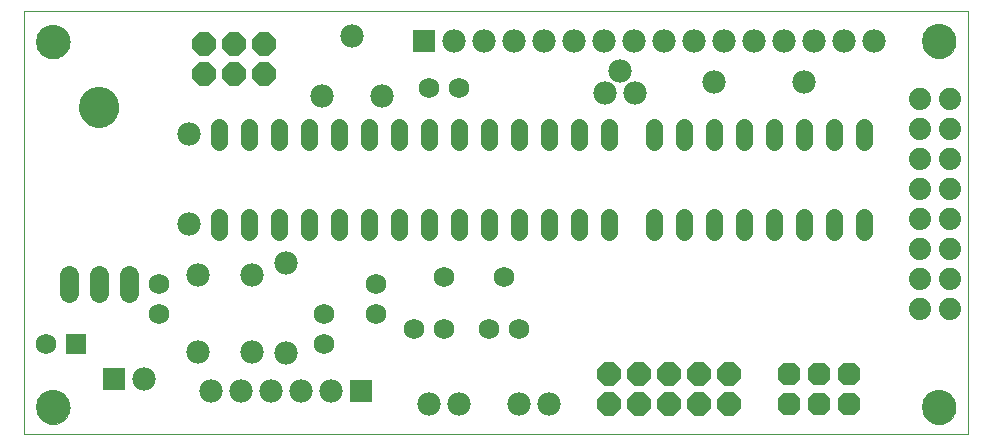
<source format=gts>
G75*
%MOIN*%
%OFA0B0*%
%FSLAX24Y24*%
%IPPOS*%
%LPD*%
%AMOC8*
5,1,8,0,0,1.08239X$1,22.5*
%
%ADD10C,0.0000*%
%ADD11C,0.1142*%
%ADD12C,0.0560*%
%ADD13R,0.0780X0.0780*%
%ADD14C,0.0780*%
%ADD15C,0.0690*%
%ADD16C,0.0740*%
%ADD17R,0.0690X0.0690*%
%ADD18OC8,0.0760*%
%ADD19C,0.0640*%
%ADD20C,0.1340*%
%ADD21OC8,0.0780*%
D10*
X001150Y000844D02*
X001150Y014964D01*
X032642Y014964D01*
X032642Y000844D01*
X001150Y000844D01*
X001579Y001744D02*
X001581Y001791D01*
X001587Y001837D01*
X001597Y001883D01*
X001610Y001928D01*
X001628Y001971D01*
X001649Y002013D01*
X001673Y002053D01*
X001701Y002090D01*
X001732Y002125D01*
X001766Y002158D01*
X001802Y002187D01*
X001841Y002213D01*
X001882Y002236D01*
X001925Y002255D01*
X001969Y002271D01*
X002014Y002283D01*
X002060Y002291D01*
X002107Y002295D01*
X002153Y002295D01*
X002200Y002291D01*
X002246Y002283D01*
X002291Y002271D01*
X002335Y002255D01*
X002378Y002236D01*
X002419Y002213D01*
X002458Y002187D01*
X002494Y002158D01*
X002528Y002125D01*
X002559Y002090D01*
X002587Y002053D01*
X002611Y002013D01*
X002632Y001971D01*
X002650Y001928D01*
X002663Y001883D01*
X002673Y001837D01*
X002679Y001791D01*
X002681Y001744D01*
X002679Y001697D01*
X002673Y001651D01*
X002663Y001605D01*
X002650Y001560D01*
X002632Y001517D01*
X002611Y001475D01*
X002587Y001435D01*
X002559Y001398D01*
X002528Y001363D01*
X002494Y001330D01*
X002458Y001301D01*
X002419Y001275D01*
X002378Y001252D01*
X002335Y001233D01*
X002291Y001217D01*
X002246Y001205D01*
X002200Y001197D01*
X002153Y001193D01*
X002107Y001193D01*
X002060Y001197D01*
X002014Y001205D01*
X001969Y001217D01*
X001925Y001233D01*
X001882Y001252D01*
X001841Y001275D01*
X001802Y001301D01*
X001766Y001330D01*
X001732Y001363D01*
X001701Y001398D01*
X001673Y001435D01*
X001649Y001475D01*
X001628Y001517D01*
X001610Y001560D01*
X001597Y001605D01*
X001587Y001651D01*
X001581Y001697D01*
X001579Y001744D01*
X003000Y011744D02*
X003002Y011794D01*
X003008Y011844D01*
X003018Y011894D01*
X003031Y011942D01*
X003048Y011990D01*
X003069Y012036D01*
X003093Y012080D01*
X003121Y012122D01*
X003152Y012162D01*
X003186Y012199D01*
X003223Y012234D01*
X003262Y012265D01*
X003303Y012294D01*
X003347Y012319D01*
X003393Y012341D01*
X003440Y012359D01*
X003488Y012373D01*
X003537Y012384D01*
X003587Y012391D01*
X003637Y012394D01*
X003688Y012393D01*
X003738Y012388D01*
X003788Y012379D01*
X003836Y012367D01*
X003884Y012350D01*
X003930Y012330D01*
X003975Y012307D01*
X004018Y012280D01*
X004058Y012250D01*
X004096Y012217D01*
X004131Y012181D01*
X004164Y012142D01*
X004193Y012101D01*
X004219Y012058D01*
X004242Y012013D01*
X004261Y011966D01*
X004276Y011918D01*
X004288Y011869D01*
X004296Y011819D01*
X004300Y011769D01*
X004300Y011719D01*
X004296Y011669D01*
X004288Y011619D01*
X004276Y011570D01*
X004261Y011522D01*
X004242Y011475D01*
X004219Y011430D01*
X004193Y011387D01*
X004164Y011346D01*
X004131Y011307D01*
X004096Y011271D01*
X004058Y011238D01*
X004018Y011208D01*
X003975Y011181D01*
X003930Y011158D01*
X003884Y011138D01*
X003836Y011121D01*
X003788Y011109D01*
X003738Y011100D01*
X003688Y011095D01*
X003637Y011094D01*
X003587Y011097D01*
X003537Y011104D01*
X003488Y011115D01*
X003440Y011129D01*
X003393Y011147D01*
X003347Y011169D01*
X003303Y011194D01*
X003262Y011223D01*
X003223Y011254D01*
X003186Y011289D01*
X003152Y011326D01*
X003121Y011366D01*
X003093Y011408D01*
X003069Y011452D01*
X003048Y011498D01*
X003031Y011546D01*
X003018Y011594D01*
X003008Y011644D01*
X003002Y011694D01*
X003000Y011744D01*
X001579Y013934D02*
X001581Y013981D01*
X001587Y014027D01*
X001597Y014073D01*
X001610Y014118D01*
X001628Y014161D01*
X001649Y014203D01*
X001673Y014243D01*
X001701Y014280D01*
X001732Y014315D01*
X001766Y014348D01*
X001802Y014377D01*
X001841Y014403D01*
X001882Y014426D01*
X001925Y014445D01*
X001969Y014461D01*
X002014Y014473D01*
X002060Y014481D01*
X002107Y014485D01*
X002153Y014485D01*
X002200Y014481D01*
X002246Y014473D01*
X002291Y014461D01*
X002335Y014445D01*
X002378Y014426D01*
X002419Y014403D01*
X002458Y014377D01*
X002494Y014348D01*
X002528Y014315D01*
X002559Y014280D01*
X002587Y014243D01*
X002611Y014203D01*
X002632Y014161D01*
X002650Y014118D01*
X002663Y014073D01*
X002673Y014027D01*
X002679Y013981D01*
X002681Y013934D01*
X002679Y013887D01*
X002673Y013841D01*
X002663Y013795D01*
X002650Y013750D01*
X002632Y013707D01*
X002611Y013665D01*
X002587Y013625D01*
X002559Y013588D01*
X002528Y013553D01*
X002494Y013520D01*
X002458Y013491D01*
X002419Y013465D01*
X002378Y013442D01*
X002335Y013423D01*
X002291Y013407D01*
X002246Y013395D01*
X002200Y013387D01*
X002153Y013383D01*
X002107Y013383D01*
X002060Y013387D01*
X002014Y013395D01*
X001969Y013407D01*
X001925Y013423D01*
X001882Y013442D01*
X001841Y013465D01*
X001802Y013491D01*
X001766Y013520D01*
X001732Y013553D01*
X001701Y013588D01*
X001673Y013625D01*
X001649Y013665D01*
X001628Y013707D01*
X001610Y013750D01*
X001597Y013795D01*
X001587Y013841D01*
X001581Y013887D01*
X001579Y013934D01*
X031109Y013944D02*
X031111Y013991D01*
X031117Y014037D01*
X031127Y014083D01*
X031140Y014128D01*
X031158Y014171D01*
X031179Y014213D01*
X031203Y014253D01*
X031231Y014290D01*
X031262Y014325D01*
X031296Y014358D01*
X031332Y014387D01*
X031371Y014413D01*
X031412Y014436D01*
X031455Y014455D01*
X031499Y014471D01*
X031544Y014483D01*
X031590Y014491D01*
X031637Y014495D01*
X031683Y014495D01*
X031730Y014491D01*
X031776Y014483D01*
X031821Y014471D01*
X031865Y014455D01*
X031908Y014436D01*
X031949Y014413D01*
X031988Y014387D01*
X032024Y014358D01*
X032058Y014325D01*
X032089Y014290D01*
X032117Y014253D01*
X032141Y014213D01*
X032162Y014171D01*
X032180Y014128D01*
X032193Y014083D01*
X032203Y014037D01*
X032209Y013991D01*
X032211Y013944D01*
X032209Y013897D01*
X032203Y013851D01*
X032193Y013805D01*
X032180Y013760D01*
X032162Y013717D01*
X032141Y013675D01*
X032117Y013635D01*
X032089Y013598D01*
X032058Y013563D01*
X032024Y013530D01*
X031988Y013501D01*
X031949Y013475D01*
X031908Y013452D01*
X031865Y013433D01*
X031821Y013417D01*
X031776Y013405D01*
X031730Y013397D01*
X031683Y013393D01*
X031637Y013393D01*
X031590Y013397D01*
X031544Y013405D01*
X031499Y013417D01*
X031455Y013433D01*
X031412Y013452D01*
X031371Y013475D01*
X031332Y013501D01*
X031296Y013530D01*
X031262Y013563D01*
X031231Y013598D01*
X031203Y013635D01*
X031179Y013675D01*
X031158Y013717D01*
X031140Y013760D01*
X031127Y013805D01*
X031117Y013851D01*
X031111Y013897D01*
X031109Y013944D01*
X031109Y001744D02*
X031111Y001791D01*
X031117Y001837D01*
X031127Y001883D01*
X031140Y001928D01*
X031158Y001971D01*
X031179Y002013D01*
X031203Y002053D01*
X031231Y002090D01*
X031262Y002125D01*
X031296Y002158D01*
X031332Y002187D01*
X031371Y002213D01*
X031412Y002236D01*
X031455Y002255D01*
X031499Y002271D01*
X031544Y002283D01*
X031590Y002291D01*
X031637Y002295D01*
X031683Y002295D01*
X031730Y002291D01*
X031776Y002283D01*
X031821Y002271D01*
X031865Y002255D01*
X031908Y002236D01*
X031949Y002213D01*
X031988Y002187D01*
X032024Y002158D01*
X032058Y002125D01*
X032089Y002090D01*
X032117Y002053D01*
X032141Y002013D01*
X032162Y001971D01*
X032180Y001928D01*
X032193Y001883D01*
X032203Y001837D01*
X032209Y001791D01*
X032211Y001744D01*
X032209Y001697D01*
X032203Y001651D01*
X032193Y001605D01*
X032180Y001560D01*
X032162Y001517D01*
X032141Y001475D01*
X032117Y001435D01*
X032089Y001398D01*
X032058Y001363D01*
X032024Y001330D01*
X031988Y001301D01*
X031949Y001275D01*
X031908Y001252D01*
X031865Y001233D01*
X031821Y001217D01*
X031776Y001205D01*
X031730Y001197D01*
X031683Y001193D01*
X031637Y001193D01*
X031590Y001197D01*
X031544Y001205D01*
X031499Y001217D01*
X031455Y001233D01*
X031412Y001252D01*
X031371Y001275D01*
X031332Y001301D01*
X031296Y001330D01*
X031262Y001363D01*
X031231Y001398D01*
X031203Y001435D01*
X031179Y001475D01*
X031158Y001517D01*
X031140Y001560D01*
X031127Y001605D01*
X031117Y001651D01*
X031111Y001697D01*
X031109Y001744D01*
D11*
X031660Y001744D03*
X002130Y001744D03*
X002130Y013934D03*
X031660Y013944D03*
D12*
X029150Y011104D02*
X029150Y010584D01*
X028150Y010584D02*
X028150Y011104D01*
X027150Y011104D02*
X027150Y010584D01*
X026150Y010584D02*
X026150Y011104D01*
X025150Y011104D02*
X025150Y010584D01*
X024150Y010584D02*
X024150Y011104D01*
X023150Y011104D02*
X023150Y010584D01*
X022150Y010584D02*
X022150Y011104D01*
X020650Y011104D02*
X020650Y010584D01*
X019650Y010584D02*
X019650Y011104D01*
X018650Y011104D02*
X018650Y010584D01*
X017650Y010584D02*
X017650Y011104D01*
X016650Y011104D02*
X016650Y010584D01*
X015650Y010584D02*
X015650Y011104D01*
X014650Y011104D02*
X014650Y010584D01*
X013650Y010584D02*
X013650Y011104D01*
X012650Y011104D02*
X012650Y010584D01*
X011650Y010584D02*
X011650Y011104D01*
X010650Y011104D02*
X010650Y010584D01*
X009650Y010584D02*
X009650Y011104D01*
X008650Y011104D02*
X008650Y010584D01*
X007650Y010584D02*
X007650Y011104D01*
X007650Y008104D02*
X007650Y007584D01*
X008650Y007584D02*
X008650Y008104D01*
X009650Y008104D02*
X009650Y007584D01*
X010650Y007584D02*
X010650Y008104D01*
X011650Y008104D02*
X011650Y007584D01*
X012650Y007584D02*
X012650Y008104D01*
X013650Y008104D02*
X013650Y007584D01*
X014650Y007584D02*
X014650Y008104D01*
X015650Y008104D02*
X015650Y007584D01*
X016650Y007584D02*
X016650Y008104D01*
X017650Y008104D02*
X017650Y007584D01*
X018650Y007584D02*
X018650Y008104D01*
X019650Y008104D02*
X019650Y007584D01*
X020650Y007584D02*
X020650Y008104D01*
X022150Y008104D02*
X022150Y007584D01*
X023150Y007584D02*
X023150Y008104D01*
X024150Y008104D02*
X024150Y007584D01*
X025150Y007584D02*
X025150Y008104D01*
X026150Y008104D02*
X026150Y007584D01*
X027150Y007584D02*
X027150Y008104D01*
X028150Y008104D02*
X028150Y007584D01*
X029150Y007584D02*
X029150Y008104D01*
D13*
X014492Y013946D03*
X004160Y002704D03*
X012380Y002304D03*
D14*
X011380Y002304D03*
X010380Y002304D03*
X009380Y002304D03*
X008380Y002304D03*
X007380Y002304D03*
X005160Y002704D03*
X006970Y003584D03*
X008750Y003584D03*
X009880Y003554D03*
X014650Y001844D03*
X015650Y001844D03*
X017650Y001844D03*
X018650Y001844D03*
X008750Y006144D03*
X009880Y006554D03*
X006970Y006144D03*
X006650Y007844D03*
X006650Y010844D03*
X011080Y012134D03*
X013080Y012134D03*
X015492Y013946D03*
X016492Y013946D03*
X017492Y013946D03*
X018492Y013946D03*
X019492Y013946D03*
X020492Y013946D03*
X021492Y013946D03*
X022492Y013946D03*
X023492Y013946D03*
X024492Y013946D03*
X025492Y013946D03*
X026492Y013946D03*
X027492Y013946D03*
X028492Y013946D03*
X029492Y013946D03*
X027150Y012594D03*
X024150Y012594D03*
X021530Y012224D03*
X020530Y012224D03*
X021030Y012974D03*
X012080Y014134D03*
D15*
X014660Y012384D03*
X015660Y012384D03*
X015150Y006094D03*
X017150Y006094D03*
X012900Y005844D03*
X012900Y004844D03*
X014150Y004344D03*
X015150Y004344D03*
X016650Y004344D03*
X017650Y004344D03*
X011150Y003844D03*
X011150Y004844D03*
X005650Y004844D03*
X005650Y005844D03*
X001900Y003844D03*
D16*
X031026Y005014D03*
X032026Y005014D03*
X032026Y006014D03*
X031026Y006014D03*
X031026Y007014D03*
X032026Y007014D03*
X032026Y008014D03*
X031026Y008014D03*
X031026Y009014D03*
X032026Y009014D03*
X032026Y010014D03*
X031026Y010014D03*
X031026Y011014D03*
X032026Y011014D03*
X032026Y012014D03*
X031026Y012014D03*
D17*
X002900Y003844D03*
D18*
X026650Y002844D03*
X027650Y002844D03*
X028650Y002844D03*
X028650Y001844D03*
X027650Y001844D03*
X026650Y001844D03*
D19*
X004650Y005544D02*
X004650Y006144D01*
X003650Y006144D02*
X003650Y005544D01*
X002650Y005544D02*
X002650Y006144D01*
D20*
X003650Y011744D03*
D21*
X007150Y012844D03*
X008150Y012844D03*
X009150Y012844D03*
X009150Y013844D03*
X008150Y013844D03*
X007150Y013844D03*
X020650Y002844D03*
X021650Y002844D03*
X022650Y002844D03*
X023650Y002844D03*
X024650Y002844D03*
X024650Y001844D03*
X023650Y001844D03*
X022650Y001844D03*
X021650Y001844D03*
X020650Y001844D03*
M02*

</source>
